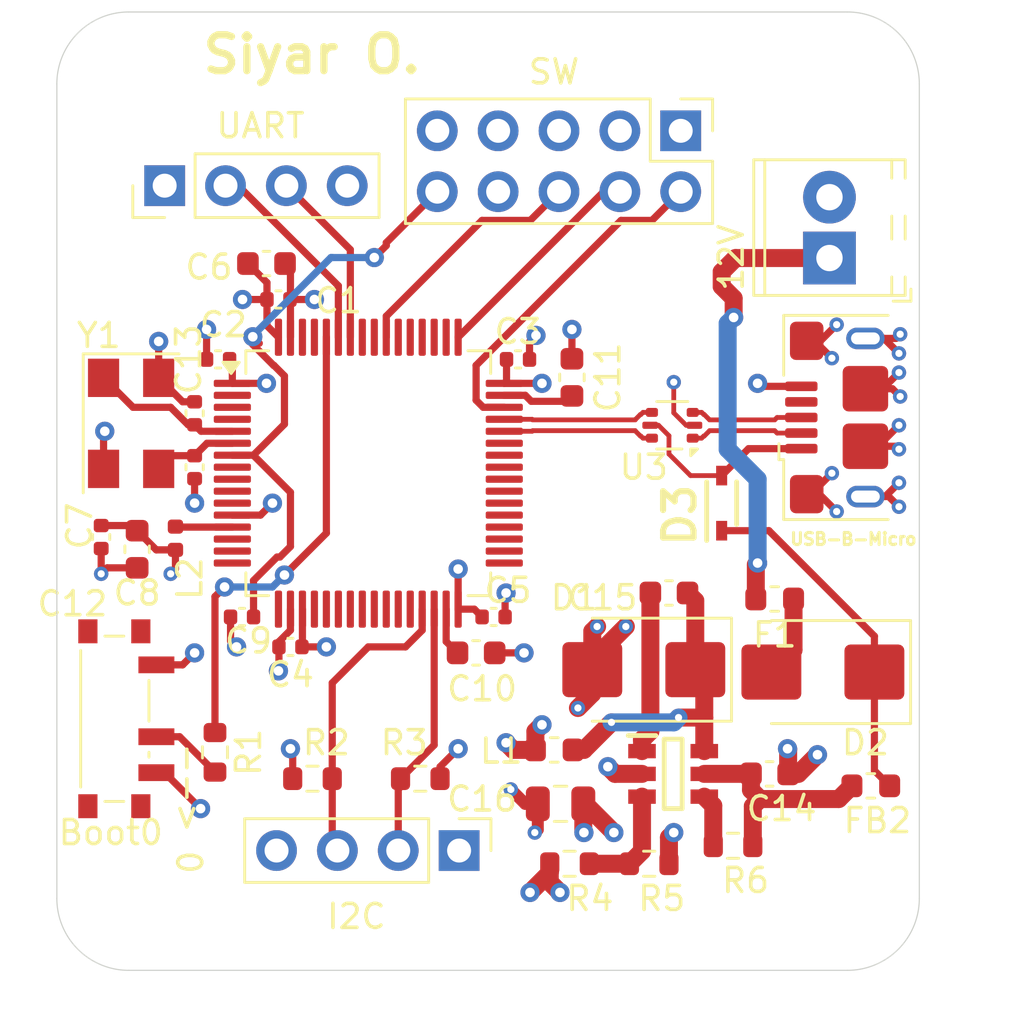
<source format=kicad_pcb>
(kicad_pcb (version 20240108) (generator "pcbnew") (generator_version "8.0")
  (layers (0 "F.Cu" signal) (1 "In1.Cu" power) (2 "In2.Cu" power) (31 "B.Cu" signal) (34 "B.Paste" user) (35 "F.Paste" user) (36 "B.SilkS" user "B.Silkscreen") (37 "F.SilkS" user "F.Silkscreen") (38 "B.Mask" user) (39 "F.Mask" user) (44 "Edge.Cuts" user))
  (net 0 "")
  (net 1 "GND")
  (net 2 "+3.3V")
  (net 3 "+3.3VA")
  (net 4 "NRST")
  (net 5 "Net-(U1-VCAP_1)")
  (net 6 "Net-(U1-VCAP_2)")
  (net 7 "Net-(D2-K)")
  (net 8 "Net-(D2-A)")
  (net 9 "+12V")
  (net 10 "+5V")
  (net 13 "SW_DIO")
  (net 14 "SWO")
  (net 15 "SW_CLK")
  (net 17 "USART1_TX")
  (net 18 "USART1_RX")
  (net 19 "I2C_SCL")
  (net 20 "Net-(U1-BOOT0)")
  (net 21 "Net-(SW1-B)")
  (net 22 "I2C_SDA")
  (net 29 "USB_D+")
  (net 37 "USB_D-")
  (net 65 "/OSC_OUT")
  (net 66 "/OSC_IN")
  (net 67 "/BST")
  (net 68 "/SW")
  (net 69 "/IN")
  (net 70 "/EN")
  (net 71 "/FB")
  (net 72 "/USB(esd)_D-")
  (net 73 "/USB(esd)_D+")
  (footprint "TerminalBlock_Phoenix:TerminalBlock_Phoenix_MPT-0,5-2-2.54_1x02_P2.54mm_Horizontal" (layer "F.Cu") (at 157.5 57.02 90)
    (property "Reference" "J5" (hide yes))
    (property "Value" "Screw_Terminal_01x02")
  )
  (footprint "Capacitor_SMD:C_0603_1608Metric" (layer "F.Cu") (at 146.75 62 90)
    (property "Reference" "C11")
    (property "Value" "2u2")
  )
  (footprint "MountingHole:MountingHole_2.2mm_M2" (layer "F.Cu") (at 158.25 49.75)
    (property "Reference" "H3" (hide yes))
    (property "Value" "MountingHole")
  )
  (footprint "FP:SOT95P280X100-6N" (layer "F.Cu") (at 150.975 78.55)
    (property "Reference" "IC1")
    (property "Value" "MP2359DJ-LF-Z" (hide yes))
  )
  (footprint "Resistor_SMD:R_0603_1608Metric" (layer "F.Cu") (at 140.42 78.75 180)
    (property "Reference" "R3")
    (property "Value" "4k7")
  )
  (footprint "Connector_USB:USB_Micro-B_Amphenol_10118193-0001LF_Horizontal" (layer "F.Cu") (at 159 63.675 90)
    (property "Reference" "J1" (hide yes))
    (property "Value" "USB_B_Micro")
  )
  (footprint "Inductor_SMD:L_0402_1005Metric" (layer "F.Cu") (at 130.2 68.715 -90)
    (property "Reference" "L2")
    (property "Value" "39n")
  )
  (footprint "Package_TO_SOT_SMD:SOT-666" (layer "F.Cu") (at 150.94 64 180)
    (property "Reference" "U3")
    (property "Value" "USBLC6-2P6")
  )
  (footprint "Inductor_SMD:L_0603_1608Metric" (layer "F.Cu") (at 146.0125 77.55 180)
    (property "Reference" "L1")
    (property "Value" "5u")
  )
  (footprint "MountingHole:MountingHole_2.2mm_M2" (layer "F.Cu") (at 128.25 83.75)
    (property "Reference" "H1" (hide yes))
    (property "Value" "MountingHole")
  )
  (footprint "Package_QFP:LQFP-64_10x10mm_P0.5mm" (layer "F.Cu") (at 138.25 66)
    (property "Reference" "U1" (hide yes))
    (property "Value" "STM32F405RGTx")
  )
  (footprint "Capacitor_SMD:C_0603_1608Metric" (layer "F.Cu") (at 150.8 71 180)
    (property "Reference" "C15")
    (property "Value" "10u")
  )
  (footprint "MountingHole:MountingHole_2.2mm_M2" (layer "F.Cu") (at 158.25 83.75)
    (property "Reference" "H4" (hide yes))
    (property "Value" "MountingHole")
  )
  (footprint "FP:b5819" (layer "F.Cu") (at 153 67.25 90)
    (property "Reference" "D3")
    (property "Value" "B5819" (hide yes))
  )
  (footprint "Capacitor_SMD:C_0603_1608Metric" (layer "F.Cu") (at 155 78.55)
    (property "Reference" "C14")
    (property "Value" "10u")
  )
  (footprint "Resistor_SMD:R_0603_1608Metric" (layer "F.Cu") (at 146.65 82.3)
    (property "Reference" "R4")
    (property "Value" "49k9")
  )
  (footprint "Capacitor_SMD:C_0402_1005Metric" (layer "F.Cu") (at 132.98 72)
    (property "Reference" "C9")
    (property "Value" "100n")
  )
  (footprint "Diode_SMD:D_SMB" (layer "F.Cu") (at 157.225 74.3 180)
    (property "Reference" "D2")
    (property "Value" "B230")
  )
  (footprint "MountingHole:MountingHole_2.2mm_M2" (layer "F.Cu") (at 128.25 49.75)
    (property "Reference" "H2" (hide yes))
    (property "Value" "MountingHole")
  )
  (footprint "Connector_PinHeader_2.54mm:PinHeader_1x04_P2.54mm_Vertical" (layer "F.Cu") (at 129.75 54 90)
    (property "Reference" "J3" (hide yes))
    (property "Value" "UART_CONN")
  )
  (footprint "Connector_PinHeader_2.54mm:PinHeader_2x05_P2.54mm_Vertical" (layer "F.Cu") (at 151.29 51.71 -90)
    (property "Reference" "J2" (hide yes))
    (property "Value" "SW_CONN")
  )
  (footprint "Capacitor_SMD:C_0603_1608Metric" (layer "F.Cu") (at 142.75 73.5)
    (property "Reference" "C10")
    (property "Value" "2u2")
  )
  (footprint "Diode_SMD:D_SMB" (layer "F.Cu") (at 149.75 74.2 180)
    (property "Reference" "D1")
    (property "Value" "B230")
  )
  (footprint "Crystal:Crystal_SMD_Abracon_ABM3C-4Pin_5.0x3.2mm" (layer "F.Cu") (at 128.35 63.92 -90)
    (property "Reference" "Y1")
    (property "Value" "Crystal_GND24")
  )
  (footprint "Resistor_SMD:R_0603_1608Metric" (layer "F.Cu") (at 149.975 82.3)
    (property "Reference" "R5")
    (property "Value" "16k2")
  )
  (footprint "Capacitor_SMD:C_0402_1005Metric" (layer "F.Cu") (at 144.5 61.25)
    (property "Reference" "C3")
    (property "Value" "100n")
  )
  (footprint "Capacitor_SMD:C_0402_1005Metric" (layer "F.Cu") (at 135 73.25 180)
    (property "Reference" "C4")
    (property "Value" "100n")
  )
  (footprint "Capacitor_SMD:C_0603_1608Metric" (layer "F.Cu") (at 128.6 69.175 -90)
    (property "Reference" "C8")
    (property "Value" "10u")
  )
  (footprint "Resistor_SMD:R_0603_1608Metric" (layer "F.Cu") (at 153.475 81.55)
    (property "Reference" "R6")
    (property "Value" "100k")
  )
  (footprint "Capacitor_SMD:C_0402_1005Metric" (layer "F.Cu") (at 131 65.75 -90)
    (property "Reference" "C12")
    (property "Value" "10p")
  )
  (footprint "Capacitor_SMD:C_0402_1005Metric" (layer "F.Cu") (at 131.98 61.25 180)
    (property "Reference" "C2")
    (property "Value" "100n")
  )
  (footprint "Capacitor_SMD:C_0402_1005Metric" (layer "F.Cu") (at 134.5 58.75)
    (property "Reference" "C1")
    (property "Value" "100n")
  )
  (footprint "Capacitor_SMD:C_0805_2012Metric" (layer "F.Cu") (at 146.275 79.8)
    (property "Reference" "C16")
    (property "Value" "22u")
  )
  (footprint "Inductor_SMD:L_0603_1608Metric" (layer "F.Cu") (at 159.225 79.05 180)
    (property "Reference" "FB2")
    (property "Value" "200@100MHz")
  )
  (footprint "Fuse:Fuse_0603_1608Metric" (layer "F.Cu") (at 155.2125 71.25)
    (property "Reference" "F1")
    (property "Value" "250mA")
  )
  (footprint "Capacitor_SMD:C_0603_1608Metric" (layer "F.Cu") (at 134 57.25)
    (property "Reference" "C6")
    (property "Value" "10u")
  )
  (footprint "Capacitor_SMD:C_0402_1005Metric" (layer "F.Cu") (at 127.1 68.665 -90)
    (property "Reference" "C7")
    (property "Value" "100n")
  )
  (footprint "Button_Switch_SMD:SW_SPDT_PCM12" (layer "F.Cu") (at 127.975 76.25 -90)
    (property "Reference" "SW1" (hide yes))
    (property "Value" "SW_SPDT")
  )
  (footprint "Resistor_SMD:R_0603_1608Metric" (layer "F.Cu") (at 135.92 78.75)
    (property "Reference" "R2")
    (property "Value" "4k7")
  )
  (footprint "Resistor_SMD:R_0603_1608Metric" (layer "F.Cu") (at 131.85 77.65 90)
    (property "Reference" "R1")
    (property "Value" "10k")
  )
  (footprint "Connector_PinHeader_2.54mm:PinHeader_1x04_P2.54mm_Vertical" (layer "F.Cu") (at 142.04 81.75 -90)
    (property "Reference" "J4" (hide yes))
    (property "Value" "I2C_CONN")
  )
  (footprint "Capacitor_SMD:C_0402_1005Metric" (layer "F.Cu") (at 131 63.5 90)
    (property "Reference" "C13")
    (property "Value" "10p")
  )
  (footprint "Capacitor_SMD:C_0402_1005Metric" (layer "F.Cu") (at 143.48 72)
    (property "Reference" "C5")
    (property "Value" "100n")
  )
  (gr_arc (start 128.25 86.75) (mid 126.12868 85.87132) (end 125.25 83.75) (stroke (width 0.05)) (layer "Edge.Cuts"))
  (gr_arc (start 158.25 46.75) (mid 160.37132 47.62868) (end 161.25 49.75) (stroke (width 0.05)) (layer "Edge.Cuts"))
  (gr_line (start 158.25 46.75) (end 128.25 46.75) (stroke (width 0.05)) (layer "Edge.Cuts"))
  (gr_arc (start 161.25 83.75) (mid 160.37132 85.87132) (end 158.25 86.75) (stroke (width 0.05)) (layer "Edge.Cuts"))
  (gr_line (start 128.25 86.75) (end 158.25 86.75) (stroke (width 0.05)) (layer "Edge.Cuts"))
  (gr_line (start 125.25 49.75) (end 125.25 83.75) (stroke (width 0.05)) (layer "Edge.Cuts"))
  (gr_arc (start 125.25 49.75) (mid 126.12868 47.62868) (end 128.25 46.75) (stroke (width 0.05)) (layer "Edge.Cuts"))
  (gr_line (start 161.25 49.75) (end 161.25 83.75) (stroke (width 0.05)) (layer "Edge.Cuts"))
  (gr_text "USB-B-Micro\n" (at 158.5 68.75 0) (layer "F.SilkS") (effects (font (size 0.5 0.5) (thickness 0.125))))
  (gr_text "I2C" (at 137.75 84.5 0) (layer "F.SilkS") (effects (font (size 1 1))))
  (gr_text "UART" (at 133.75 51.5 0) (layer "F.SilkS") (effects (font (size 1 1))))
  (gr_text "SW" (at 146 49.25 0) (layer "F.SilkS") (effects (font (size 1 1))))
  (gr_text "12V" (at 153.4 57 90) (layer "F.SilkS") (effects (font (size 1 1))))
  (gr_text "--> 0\n" (at 130.75 80 -90) (layer "F.SilkS") (effects (font (size 1 1))))
  (gr_text "Boot0" (at 127.5 81 0) (layer "F.SilkS") (effects (font (size 1 1))))
  (gr_text "Siyar O." (at 131.2 49.4 0) (layer "F.SilkS") (effects (font (size 1.5 1.5) (thickness 0.3) (bold yes)) (justify left bottom)))
  (segment (start 127.1 69.145) (end 127.1 70.2) (width 0.3) (layer "F.Cu") (net 1))
  (segment (start 155.775 77.525) (end 155.75 77.5) (width 0.75) (layer "F.Cu") (net 1))
  (segment (start 134.52 73.03312) (end 135 72.55312) (width 0.3) (layer "F.Cu") (net 1))
  (segment (start 156.55 66.875) (end 157.075 66.875) (width 0.3) (layer "F.Cu") (net 1))
  (segment (start 146.75 61.225) (end 146.75 60) (width 0.3) (layer "F.Cu") (net 1))
  (segment (start 156.55 60.475) (end 156.875 60.475) (width 0.3) (layer "F.Cu") (net 1))
  (segment (start 143.96 71.04) (end 144 71) (width 0.3) (layer "F.Cu") (net 1))
  (segment (start 155.775 78.55) (end 156.2 78.55) (width 0.75) (layer "F.Cu") (net 1))
  (segment (start 156.875 60.475) (end 157.6 61.2) (width 0.3) (layer "F.Cu") (net 1))
  (segment (start 132.5 73) (end 132.75 73.25) (width 0.3) (layer "F.Cu") (net 1))
  (segment (start 159 60.375) (end 159.775 60.375) (width 0.3) (layer "F.Cu") (net 1))
  (segment (start 129.75 78.5) (end 131.25 80) (width 0.3) (layer "F.Cu") (net 1))
  (segment (start 160.275 64.875) (end 160.4 65) (width 0.3) (layer "F.Cu") (net 1))
  (segment (start 147.6 75.2) (end 147 75.8) (width 0.75) (layer "F.Cu") (net 1))
  (segment (start 159 66.975) (end 159.975 66.975) (width 0.3) (layer "F.Cu") (net 1))
  (segment (start 151 63.481946) (end 151 62.2) (width 0.2) (layer "F.Cu") (net 1))
  (segment (start 160.275 60.375) (end 160.45 60.2) (width 0.3) (layer "F.Cu") (net 1))
  (segment (start 135 72.55312) (end 135 71.675) (width 0.3) (layer "F.Cu") (net 1))
  (segment (start 134.52 74.23) (end 134.5 74.25) (width 0.3) (layer "F.Cu") (net 1))
  (segment (start 134.98 58.75) (end 136 58.75) (width 0.3) (layer "F.Cu") (net 1))
  (segment (start 147.225 80.975) (end 147.25 81) (width 0.75) (layer "F.Cu") (net 1))
  (segment (start 159 64.875) (end 160.275 64.875) (width 0.3) (layer "F.Cu") (net 1))
  (segment (start 156.325 62.375) (end 154.625 62.375) (width 0.3) (layer "F.Cu") (net 1))
  (segment (start 160.125 62.475) (end 160.45 62.8) (width 0.3) (layer "F.Cu") (net 1))
  (segment (start 132.575 67.75) (end 133.75 67.75) (width 0.3) (layer "F.Cu") (net 1))
  (segment (start 133.75 67.75) (end 134.25 67.25) (width 0.3) (layer "F.Cu") (net 1))
  (segment (start 147.6 74.2) (end 147.6 75.2) (width 0.75) (layer "F.Cu") (net 1))
  (segment (start 159 66.975) (end 159.825 66.975) (width 0.3) (layer "F.Cu") (net 1))
  (segment (start 159.525 64.875) (end 160.4 64) (width 0.3) (layer "F.Cu") (net 1))
  (segment (start 129.5 62.02) (end 129.5 60.5) (width 0.3) (layer "F.Cu") (net 1))
  (segment (start 131 66.23) (end 131 67.25) (width 0.3) (layer "F.Cu") (net 1))
  (segment (start 159.775 60.375) (end 160.4 61) (width 0.3) (layer "F.Cu") (net 1))
  (segment (start 127.2 64.3) (end 127.25 64.25) (width 0.3) (layer "F.Cu") (net 1))
  (segment (start 156.725 66.875) (end 157.6 66) (width 0.3) (layer "F.Cu") (net 1))
  (segment (start 147.225 79.8) (end 147.3 79.8) (width 0.75) (layer "F.Cu") (net 1))
  (segment (start 159.975 66.975) (end 160.4 67.4) (width 0.3) (layer "F.Cu") (net 1))
  (segment (start 150.8 82.3) (end 150.8 81.2) (width 0.75) (layer "F.Cu") (net 1))
  (segment (start 159 62.475) (end 159.725 62.475) (width 0.3) (layer "F.Cu") (net 1))
  (segment (start 147.3 79.8) (end 148.5 81) (width 0.75) (layer "F.Cu") (net 1))
  (segment (start 127.35 69.95) (end 127.1 70.2) (width 0.3) (layer "F.Cu") (net 1))
  (segment (start 129.405 78.5) (end 129.75 78.5) (width 0.3) (layer "F.Cu") (net 1))
  (segment (start 134.52 73.25) (end 134.52 74.23) (width 0.3) (layer "F.Cu") (net 1))
  (segment (start 127.2 65.82) (end 127.2 64.3) (width 0.3) (layer "F.Cu") (net 1))
  (segment (start 159 64.875) (end 159.525 64.875) (width 0.3) (layer "F.Cu") (net 1))
  (segment (start 143.525 73.5) (end 144.75 73.5) (width 0.3) (layer "F.Cu") (net 1))
  (segment (start 132.5 72) (end 132.5 73) (width 0.3) (layer "F.Cu") (net 1))
  (segment (start 143.96 72) (end 143.96 71.04) (width 0.3) (layer "F.Cu") (net 1))
  (segment (start 148.55 78.55) (end 148.25 78.25) (width 0.75) (layer "F.Cu") (net 1))
  (segment (start 130.5 63.02) (end 129.5 62.02) (width 0.3) (layer "F.Cu") (net 1))
  (segment (start 151.865 64) (end 151.518054 64) (width 0.2) (layer "F.Cu") (net 1))
  (segment (start 144.98 60.52) (end 145.25 60.25) (width 0.3) (layer "F.Cu") (net 1))
  (segment (start 147.6 73.8) (end 149 72.4) (width 0.75) (layer "F.Cu") (net 1))
  (segment (start 134.52 73.25) (end 134.52 73.03312) (width 0.3) (layer "F.Cu") (net 1))
  (segment (start 147.225 79.8) (end 147.225 80.975) (width 0.75) (layer "F.Cu") (net 1))
  (segment (start 128.6 69.95) (end 127.35 69.95) (width 0.3) (layer "F.Cu") (net 1))
  (segment (start 156.55 66.875) (end 156.725 66.875) (width 0.3) (layer "F.Cu") (net 1))
  (segment (start 147.6 74.2) (end 147.6 72.6) (width 0.75) (layer "F.Cu") (net 1))
  (segment (start 149.675 78.55) (end 148.55 78.55) (width 0.75) (layer "F.Cu") (net 1))
  (segment (start 156.2 78.55) (end 157 77.75) (width 0.75) (layer "F.Cu") (net 1))
  (segment (start 131.5 61.25) (end 131.5 60) (width 0.3) (layer "F.Cu") (net 1))
  (segment (start 155.775 78.55) (end 155.775 77.525) (width 0.75) (layer "F.Cu") (net 1))
  (segment (start 154.625 62.375) (end 154.5 62.25) (width 0.3) (layer "F.Cu") (net 1))
  (segment (start 147.6 72.6) (end 147.8 72.4) (width 0.75) (layer "F.Cu") (net 1))
  (segment (start 151.518054 64) (end 151 63.481946) (width 0.2) (layer "F.Cu") (net 1))
  (segment (start 157.125 60.475) (end 157.8 59.8) (width 0.3) (layer "F.Cu") (net 1))
  (segment (start 159 62.475) (end 160.125 62.475) (width 0.3) (layer "F.Cu") (net 1))
  (segment (start 135 57.475) (end 134.775 57.25) (width 0.3) (layer "F.Cu") (net 1))
  (segment (start 159 60.375) (end 160.275 60.375) (width 0.3) (layer "F.Cu") (net 1))
  (segment (start 159.725 62.475) (end 160.4 61.8) (width 0.3) (layer "F.Cu") (net 1))
  (segment (start 131 63.02) (end 130.5 63.02) (width 0.3) (layer "F.Cu") (net 1))
  (segment (start 147.6 74.2) (end 147.6 73.8) (width 0.75) (layer "F.Cu") (net 1))
  (segment (start 135 60.325) (end 135 57.475) (width 0.3) (layer "F.Cu") (net 1))
  (segment (start 159.825 66.975) (end 160.4 66.4) (width 0.3) (layer "F.Cu") (net 1))
  (segment (start 156.55 60.475) (end 157.125 60.475) (width 0.3) (layer "F.Cu") (net 1))
  (segment (start 144.98 61.25) (end 144.98 60.52) (width 0.3) (layer "F.Cu") (net 1))
  (segment (start 150.8 81.2) (end 151 81) (width 0.75) (layer "F.Cu") (net 1))
  (segment (start 157.075 66.875) (end 157.8 67.6) (width 0.3) (layer "F.Cu") (net 1))
  (via (at 160.4 65) (size 0.6) (drill 0.3) (layers "F.Cu" "B.Cu") (net 1))
  (via (at 148.5 81) (size 0.8) (drill 0.4) (layers "F.Cu" "B.Cu") (net 1))
  (via (at 131.25 80) (size 0.8) (drill 0.4) (layers "F.Cu" "B.Cu") (net 1))
  (via (at 160.4 66.4) (size 0.6) (drill 0.3) (layers "F.Cu" "B.Cu") (net 1))
  (via (at 157 77.75) (size 0.8) (drill 0.4) (layers "F.Cu" "B.Cu") (net 1))
  (via (at 147 75.8) (size 0.6) (drill 0.3) (layers "F.Cu" "B.Cu") (net 1))
  (via (at 154.5 62.25) (size 0.8) (drill 0.4) (layers "F.Cu" "B.Cu") (net 1))
  (via (at 155.75 77.5) (size 0.8) (drill 0.4) (layers "F.Cu" "B.Cu") (net 1))
  (via (at 160.4 61) (size 0.6) (drill 0.3) (layers "F.Cu" "B.Cu") (net 1))
  (via (at 157.6 66) (size 0.6) (drill 0.3) (layers "F.Cu" "B.Cu") (net 1))
  (via (at 147.8 72.4) (size 0.6) (drill 0.3) (layers "F.Cu" "B.Cu") (net 1))
  (via (at 145.25 60.25) (size 0.8) (drill 0.4) (layers "F.Cu" "B.Cu") (net 1))
  (via (at 144 71) (size 0.8) (drill 0.4) (layers "F.Cu" "B.Cu") (net 1))
  (via (at 149 72.4) (size 0.6) (drill 0.3) (layers "F.Cu" "B.Cu") (net 1))
  (via (at 131.5 60) (size 0.8) (drill 0.4) (layers "F.Cu" "B.Cu") (net 1))
  (via (at 148.25 78.25) (size 0.8) (drill 0.4) (layers "F.Cu" "B.Cu") (net 1))
  (via (at 127.1 70.2) (size 0.6) (drill 0.3) (layers "F.Cu" "B.Cu") (net 1))
  (via (at 160.4 67.4) (size 0.6) (drill 0.3) (layers "F.Cu" "B.Cu") (net 1))
  (via (at 127.25 64.25) (size 0.8) (drill 0.4) (layers "F.Cu" "B.Cu") (net 1))
  (via (at 157.8 67.6) (size 0.6) (drill 0.3) (layers "F.Cu" "B.Cu") (net 1))
  (via (at 146.75 60) (size 0.8) (drill 0.4) (layers "F.Cu" "B.Cu") (net 1))
  (via (at 157.6 61.2) (size 0.6) (drill 0.3) (layers "F.Cu" "B.Cu") (net 1))
  (via (at 147.25 81) (size 0.8) (drill 0.4) (layers "F.Cu" "B.Cu") (net 1))
  (via (at 129.5 60.5) (size 0.8) (drill 0.4) (layers "F.Cu" "B.Cu") (net 1))
  (via (at 151 62.2) (size 0.6) (drill 0.3) (layers "F.Cu" "B.Cu") (net 1))
  (via (at 151 81) (size 0.8) (drill 0.4) (layers "F.Cu" "B.Cu") (net 1))
  (via (at 160.45 62.8) (size 0.6) (drill 0.3) (layers "F.Cu" "B.Cu") (net 1))
  (via (at 134.5 74.25) (size 0.8) (drill 0.4) (layers "F.Cu" "B.Cu") (net 1))
  (via (at 144.75 73.5) (size 0.8) (drill 0.4) (layers "F.Cu" "B.Cu") (net 1))
  (via (at 131 67.25) (size 0.8) (drill 0.4) (layers "F.Cu" "B.Cu") (net 1))
  (via (at 136 58.75) (size 0.8) (drill 0.4) (layers "F.Cu" "B.Cu") (net 1))
  (via (at 160.4 61.8) (size 0.6) (drill 0.3) (layers "F.Cu" "B.Cu") (net 1))
  (via (at 134.25 67.25) (size 0.8) (drill 0.4) (layers "F.Cu" "B.Cu") (net 1))
  (via (at 132.75 73.25) (size 0.8) (drill 0.4) (layers "F.Cu" "B.Cu") (net 1))
  (via (at 157.8 59.8) (size 0.6) (drill 0.3) (layers "F.Cu" "B.Cu") (net 1))
  (via (at 160.4 64) (size 0.6) (drill 0.3) (layers "F.Cu" "B.Cu") (net 1))
  (via (at 160.45 60.2) (size 0.6) (drill 0.3) (layers "F.Cu" "B.Cu") (net 1))
  (segment (start 132.575 62.25) (end 132.575 61.365) (width 0.3) (layer "F.Cu") (net 2))
  (segment (start 134.02 58.045) (end 133.225 57.25) (width 0.3) (layer "F.Cu") (net 2))
  (segment (start 145.225 77.55) (end 145.225 76.775) (width 0.75) (layer "F.Cu") (net 2))
  (segment (start 145.825 82.3) (end 145.825 83.075) (width 0.75) (layer "F.Cu") (net 2))
  (segment (start 135.5 73.23) (end 135.48 73.25) (width 0.3) (layer "F.Cu") (net 2))
  (segment (start 127.1 68.185) (end 128.385 68.185) (width 0.3) (layer "F.Cu") (net 2))
  (segment (start 132.575 61.365) (end 132.46 61.25) (width 0.3) (layer "F.Cu") (net 2))
  (segment (start 144.3 77.55) (end 144 77.25) (width 0.75) (layer "F.Cu") (net 2))
  (segment (start 134.5 60.325) (end 134.02 59.845) (width 0.3) (layer "F.Cu") (net 2))
  (segment (start 128.6 68.4) (end 129.4 69.2) (width 0.3) (layer "F.Cu") (net 2))
  (segment (start 128.385 68.185) (end 128.6 68.4) (width 0.3) (layer "F.Cu") (net 2))
  (segment (start 142.675 71.675) (end 143 72) (width 0.3) (layer "F.Cu") (net 2))
  (segment (start 145.225 76.775) (end 145.5 76.5) (width 0.75) (layer "F.Cu") (net 2))
  (segment (start 135.095 77.595) (end 135 77.5) (width 0.3) (layer "F.Cu") (net 2))
  (segment (start 145.825 82.675) (end 145 83.5) (width 0.75) (layer "F.Cu") (net 2))
  (segment (start 144.02 61.25) (end 144.02 62.155) (width 0.3) (layer "F.Cu") (net 2))
  (segment (start 130.2 69.2) (end 130.2 70) (width 0.3) (layer "F.Cu") (net 2))
  (segment (start 145.825 82.3) (end 145.825 82.675) (width 0.75) (layer "F.Cu") (net 2))
  (segment (start 142 71.675) (end 142.675 71.675) (width 0.3) (layer "F.Cu") (net 2))
  (segment (start 144.02 62.155) (end 143.925 62.25) (width 0.3) (layer "F.Cu") (net 2))
  (segment (start 129.405 74) (end 130.5 74) (width 0.3) (layer "F.Cu") (net 2))
  (segment (start 145.225 77.55) (end 144.3 77.55) (width 0.75) (layer "F.Cu") (net 2))
  (segment (start 144.8 79.8) (end 144.2 79.2) (width 0.5) (layer "F.Cu") (net 2))
  (segment (start 142 71.675) (end 142 70) (width 0.3) (layer "F.Cu") (net 2))
  (segment (start 134.02 58.75) (end 134.02 58.045) (width 0.3) (layer "F.Cu") (net 2))
  (segment (start 130.5 74) (end 131 73.5) (width 0.3) (layer "F.Cu") (net 2))
  (segment (start 145.325 79.8) (end 144.8 79.8) (width 0.5) (layer "F.Cu") (net 2))
  (segment (start 129.4 69.2) (end 130.2 69.2) (width 0.3) (layer "F.Cu") (net 2))
  (segment (start 134.02 59.845) (end 134.02 58.75) (width 0.3) (layer "F.Cu") (net 2))
  (segment (start 132.575 62.25) (end 134 62.25) (width 0.3) (layer "F.Cu") (net 2))
  (segment (start 135.095 78.75) (end 135.095 77.595) (width 0.3) (layer "F.Cu") (net 2))
  (segment (start 134.02 58.75) (end 133 58.75) (width 0.3) (layer "F.Cu") (net 2))
  (segment (start 141.245 78.75) (end 141.245 78.255) (width 0.3) (layer "F.Cu") (net 2))
  (segment (start 141.245 78.255) (end 142 77.5) (width 0.3) (layer "F.Cu") (net 2))
  (segment (start 145.825 83.075) (end 146.25 83.5) (width 0.75) (layer "F.Cu") (net 2))
  (segment (start 135.5 71.675) (end 135.5 73.23) (width 0.3) (layer "F.Cu") (net 2))
  (segment (start 143.925 62.25) (end 145.5 62.25) (width 0.3) (layer "F.Cu") (net 2))
  (segment (start 145.325 79.8) (end 145.325 80.875) (width 0.5) (layer "F.Cu") (net 2))
  (segment (start 130.2 70) (end 130 70.2) (width 0.3) (layer "F.Cu") (net 2))
  (segment (start 145.325 80.875) (end 145.2 81) (width 0.5) (layer "F.Cu") (net 2))
  (segment (start 135.48 73.25) (end 136.5 73.25) (width 0.3) (layer "F.Cu") (net 2))
  (via (at 144.2 79.2) (size 0.6) (drill 0.3) (layers "F.Cu" "B.Cu") (net 2))
  (via (at 144 77.25) (size 0.8) (drill 0.4) (layers "F.Cu" "B.Cu") (net 2))
  (via (at 145.5 62.25) (size 0.8) (drill 0.4) (layers "F.Cu" "B.Cu") (net 2))
  (via (at 146.25 83.5) (size 0.8) (drill 0.4) (layers "F.Cu" "B.Cu") (net 2))
  (via (at 131 73.5) (size 0.8) (drill 0.4) (layers "F.Cu" "B.Cu") (net 2))
  (via (at 145 83.5) (size 0.8) (drill 0.4) (layers "F.Cu" "B.Cu") (net 2))
  (via (at 133 58.75) (size 0.8) (drill 0.4) (layers "F.Cu" "B.Cu") (net 2))
  (via (at 145.5 76.5) (size 0.8) (drill 0.4) (layers "F.Cu" "B.Cu") (net 2))
  (via (at 136.5 73.25) (size 0.8) (drill 0.4) (layers "F.Cu" "B.Cu") (net 2))
  (via (at 134 62.25) (size 0.8) (drill 0.4) (layers "F.Cu" "B.Cu") (net 2))
  (via (at 145.2 81) (size 0.6) (drill 0.3) (layers "F.Cu" "B.Cu") (net 2))
  (via (at 135 77.5) (size 0.8) (drill 0.4) (layers "F.Cu" "B.Cu") (net 2))
  (via (at 142 70) (size 0.8) (drill 0.4) (layers "F.Cu" "B.Cu") (net 2))
  (via (at 130 70.2) (size 0.6) (drill 0.3) (layers "F.Cu" "B.Cu") (net 2))
  (via (at 142 77.5) (size 0.8) (drill 0.4) (layers "F.Cu" "B.Cu") (net 2))
  (segment (start 130.22 68.25) (end 132.575 68.25) (width 0.3) (layer "F.Cu") (net 3))
  (segment (start 130.2 68.23) (end 130.22 68.25) (width 0.3) (layer "F.Cu") (net 3))
  (segment (start 134.29688 61.5) (end 133.428292 60.631412) (width 0.3) (layer "F.Cu") (net 4))
  (segment (start 134.310661 61.5) (end 134.29688 61.5) (width 0.3) (layer "F.Cu") (net 4))
  (segment (start 139 56.38) (end 141.13 54.25) (width 0.3) (layer "F.Cu") (net 4))
  (segment (start 138.5 57) (end 139 56.5) (width 0.3) (layer "F.Cu") (net 4))
  (segment (start 133.46 72) (end 133.46 70.479339) (width 0.3) (layer "F.Cu") (net 4))
  (segment (start 134.560661 69.5) (end 135 69.060661) (width 0.3) (layer "F.Cu") (net 4))
  (segment (start 133.46 70.479339) (end 134.439339 69.5) (width 0.3) (layer "F.Cu") (net 4))
  (segment (start 139 56.5) (end 139 56.38) (width 0.3) (layer "F.Cu") (net 4))
  (segment (start 134.439339 69.5) (end 134.560661 69.5) (width 0.3) (layer "F.Cu") (net 4))
  (segment (start 133.45312 65.25) (end 134.75 63.95312) (width 0.3) (layer "F.Cu") (net 4))
  (segment (start 135 69.060661) (end 135 66.79688) (width 0.3) (layer "F.Cu") (net 4))
  (segment (start 134.75 61.939339) (end 134.310661 61.5) (width 0.3) (layer "F.Cu") (net 4))
  (segment (start 133.428292 60.631412) (end 133.428292 60.305849) (width 0.3) (layer "F.Cu") (net 4))
  (segment (start 135 66.79688) (end 133.45312 65.25) (width 0.3) (layer "F.Cu") (net 4))
  (segment (start 134.75 63.95312) (end 134.75 61.939339) (width 0.3) (layer "F.Cu") (net 4))
  (segment (start 133.45312 65.25) (end 132.575 65.25) (width 0.3) (layer "F.Cu") (net 4))
  (segment (start 133.7 60.577557) (end 133.428292 60.305849) (width 0.3) (layer "F.Cu") (net 4))
  (via (at 138.5 57) (size 0.8) (drill 0.4) (layers "F.Cu" "B.Cu") (net 4))
  (via (at 133.428292 60.305849) (size 0.8) (drill 0.4) (layers "F.Cu" "B.Cu") (net 4))
  (segment (start 133.428292 60.261047) (end 136.689339 57) (width 0.3) (layer "B.Cu") (net 4))
  (segment (start 136.689339 57) (end 136.75 57) (width 0.3) (layer "B.Cu") (net 4))
  (segment (start 136.75 57) (end 138.5 57) (width 0.3) (layer "B.Cu") (net 4))
  (segment (start 133.428292 60.305849) (end 133.428292 60.261047) (width 0.3) (layer "B.Cu") (net 4))
  (segment (start 141.975 73.5) (end 141.5 73.025) (width 0.3) (layer "F.Cu") (net 5))
  (segment (start 141.5 73.025) (end 141.5 71.675) (width 0.3) (layer "F.Cu") (net 5))
  (segment (start 146.75 62.775) (end 146.525 63) (width 0.3) (layer "F.Cu") (net 6))
  (segment (start 146.525 63) (end 145.05312 63) (width 0.3) (layer "F.Cu") (net 6))
  (segment (start 145.05312 63) (end 144.80312 62.75) (width 0.3) (layer "F.Cu") (net 6))
  (segment (start 144.80312 62.75) (end 143.925 62.75) (width 0.3) (layer "F.Cu") (net 6))
  (segment (start 159.375 74.3) (end 159.375 78.4125) (width 0.3) (layer "F.Cu") (net 7))
  (segment (start 159.375 72.802104) (end 159.375 74.3) (width 0.3) (layer "F.Cu") (net 7))
  (segment (start 159.375 78.4125) (end 160.0125 79.05) (width 0.3) (layer "F.Cu") (net 7))
  (segment (start 153 68.4) (end 154.972896 68.4) (width 0.3) (layer "F.Cu") (net 7))
  (segment (start 154.972896 68.4) (end 159.375 72.802104) (width 0.3) (layer "F.Cu") (net 7))
  (segment (start 156 73.375) (end 155.075 74.3) (width 0.75) (layer "F.Cu") (net 8))
  (segment (start 156 71.25) (end 156 73.375) (width 0.75) (layer "F.Cu") (net 8))
  (segment (start 153 58.2) (end 153.5 58.7) (width 0.75) (layer "F.Cu") (net 9))
  (segment (start 157.5 57.02) (end 153.58 57.02) (width 0.75) (layer "F.Cu") (net 9))
  (segment (start 153.5 58.7) (end 153.5 59.5) (width 0.75) (layer "F.Cu") (net 9))
  (segment (start 154.425 69.825) (end 154.5 69.75) (width 0.75) (layer "F.Cu") (net 9))
  (segment (start 154.425 71.25) (end 154.425 69.825) (width 0.75) (layer "F.Cu") (net 9))
  (segment (start 153.58 57.02) (end 153 57.6) (width 0.75) (layer "F.Cu") (net 9))
  (segment (start 153 57.6) (end 153 58.2) (width 0.75) (layer "F.Cu") (net 9))
  (via (at 153.5 59.5) (size 0.8) (drill 0.4) (layers "F.Cu" "B.Cu") (net 9))
  (via (at 154.5 69.75) (size 0.8) (drill 0.4) (layers "F.Cu" "B.Cu") (net 9))
  (segment (start 153.25 65) (end 153.25 59.75) (width 0.75) (layer "B.Cu") (net 9))
  (segment (start 153.25 59.75) (end 153.5 59.5) (width 0.75) (layer "B.Cu") (net 9))
  (segment (start 154.5 66.25) (end 153.25 65) (width 0.75) (layer "B.Cu") (net 9))
  (segment (start 154.5 69.75) (end 154.5 66.25) (width 0.75) (layer "B.Cu") (net 9))
  (segment (start 150.8 65.2) (end 151.7 66.1) (width 0.2) (layer "F.Cu") (net 10))
  (segment (start 150.361946 64) (end 150.8 64.438054) (width 0.2) (layer "F.Cu") (net 10))
  (segment (start 156.325 64.975) (end 154.125 64.975) (width 0.3) (layer "F.Cu") (net 10))
  (segment (start 150.8 64.438054) (end 150.8 65.2) (width 0.2) (layer "F.Cu") (net 10))
  (segment (start 151.7 66.1) (end 153 66.1) (width 0.2) (layer "F.Cu") (net 10))
  (segment (start 154.125 64.975) (end 153 66.1) (width 0.3) (layer "F.Cu") (net 10))
  (segment (start 150.015 64) (end 150.361946 64) (width 0.2) (layer "F.Cu") (net 10))
  (segment (start 143.925 63.25) (end 143.04688 63.25) (width 0.3) (layer "F.Cu") (net 13))
  (segment (start 150.09 55.45) (end 151.29 54.25) (width 0.3) (layer "F.Cu") (net 13))
  (segment (start 142.75 62.95312) (end 142.75 61.5) (width 0.3) (layer "F.Cu") (net 13))
  (segment (start 148.8 55.45) (end 150.09 55.45) (width 0.3) (layer "F.Cu") (net 13))
  (segment (start 143.04688 63.25) (end 142.75 62.95312) (width 0.3) (layer "F.Cu") (net 13))
  (segment (start 142.75 61.5) (end 148.8 55.45) (width 0.3) (layer "F.Cu") (net 13))
  (segment (start 145.01 55.45) (end 146.21 54.25) (width 0.3) (layer "F.Cu") (net 14))
  (segment (start 139 59.44688) (end 142.99688 55.45) (width 0.3) (layer "F.Cu") (net 14))
  (segment (start 139 60.325) (end 139 59.44688) (width 0.3) (layer "F.Cu") (net 14))
  (segment (start 142.99688 55.45) (end 145.01 55.45) (width 0.3) (layer "F.Cu") (net 14))
  (segment (start 142 60.325) (end 148.075 54.25) (width 0.3) (layer "F.Cu") (net 15))
  (segment (start 148.075 54.25) (end 148.75 54.25) (width 0.3) (layer "F.Cu") (net 15))
  (segment (start 137.5 56.67) (end 134.83 54) (width 0.3) (layer "F.Cu") (net 17))
  (segment (start 137.5 60.325) (end 137.5 56.67) (width 0.3) (layer "F.Cu") (net 17))
  (segment (start 132.819408 54) (end 132.29 54) (width 0.3) (layer "F.Cu") (net 18))
  (segment (start 137 60.325) (end 137 58.180592) (width 0.3) (layer "F.Cu") (net 18))
  (segment (start 137 58.180592) (end 132.819408 54) (width 0.3) (layer "F.Cu") (net 18))
  (segment (start 140.5 71.675) (end 140.5 72.55312) (width 0.3) (layer "F.Cu") (net 19))
  (segment (start 136.745 74.755) (end 136.745 78.75) (width 0.3) (layer "F.Cu") (net 19))
  (segment (start 140.5 72.55312) (end 139.80312 73.25) (width 0.3) (layer "F.Cu") (net 19))
  (segment (start 136.745 81.535) (end 136.96 81.75) (width 0.3) (layer "F.Cu") (net 19))
  (segment (start 136.745 78.75) (end 136.745 81.535) (width 0.3) (layer "F.Cu") (net 19))
  (segment (start 138.25 73.25) (end 136.745 74.755) (width 0.3) (layer "F.Cu") (net 19))
  (segment (start 139.80312 73.25) (end 138.25 73.25) (width 0.3) (layer "F.Cu") (net 19))
  (segment (start 134.75 70.25) (end 136.5 68.5) (width 0.3) (layer "F.Cu") (net 20))
  (segment (start 131.85 76.825) (end 131.85 71.15) (width 0.3) (layer "F.Cu") (net 20))
  (segment (start 136.5 68.5) (end 136.5 60.325) (width 0.3) (layer "F.Cu") (net 20))
  (segment (start 131.85 71.15) (end 132.25 70.75) (width 0.3) (layer "F.Cu") (net 20))
  (via (at 132.25 70.75) (size 0.8) (drill 0.4) (layers "F.Cu" "B.Cu") (net 20))
  (via (at 134.75 70.25) (size 0.8) (drill 0.4) (layers "F.Cu" "B.Cu") (net 20))
  (segment (start 132.25 70.75) (end 134.25 70.75) (width 0.3) (layer "B.Cu") (net 20))
  (segment (start 134.25 70.75) (end 134.75 70.25) (width 0.3) (layer "B.Cu") (net 20))
  (segment (start 130.375 77) (end 129.405 77) (width 0.3) (layer "F.Cu") (net 21))
  (segment (start 131.85 78.475) (end 130.375 77) (width 0.3) (layer "F.Cu") (net 21))
  (segment (start 139.595 78.75) (end 139.595 79.095) (width 0.3) (layer "F.Cu") (net 22))
  (segment (start 139.595 79.095) (end 139.5 79.19) (width 0.3) (layer "F.Cu") (net 22))
  (segment (start 139.5 79.19) (end 139.5 81.75) (width 0.3) (layer "F.Cu") (net 22))
  (segment (start 141 77.345) (end 139.595 78.75) (width 0.3) (layer "F.Cu") (net 22))
  (segment (start 141 71.675) (end 141 77.345) (width 0.3) (layer "F.Cu") (net 22))
  (segment (start 150.09 63.4625) (end 149.714999 63.4625) (width 0.2) (layer "F.Cu") (net 29))
  (segment (start 149.714999 63.4625) (end 149.627499 63.55) (width 0.2) (layer "F.Cu") (net 29))
  (segment (start 145.112501 63.775) (end 145.087501 63.75) (width 0.2) (layer "F.Cu") (net 29))
  (segment (start 145.087501 63.75) (end 143.925 63.75) (width 0.2) (layer "F.Cu") (net 29))
  (segment (start 149.39 63.76759) (end 149.39 63.775) (width 0.2) (layer "F.Cu") (net 29))
  (segment (start 149.39 63.775) (end 145.112501 63.775) (width 0.2) (layer "F.Cu") (net 29))
  (segment (start 149.60759 63.55) (end 149.39 63.76759) (width 0.2) (layer "F.Cu") (net 29))
  (segment (start 149.627499 63.55) (end 149.60759 63.55) (width 0.2) (layer "F.Cu") (net 29))
  (segment (start 145.087501 64.25) (end 143.925 64.25) (width 0.2) (layer "F.Cu") (net 37))
  (segment (start 149.714999 64.5375) (end 149.627499 64.45) (width 0.2) (layer "F.Cu") (net 37))
  (segment (start 149.39 64.225) (end 145.112501 64.225) (width 0.2) (layer "F.Cu") (net 37))
  (segment (start 150.09 64.5375) (end 149.714999 64.5375) (width 0.2) (layer "F.Cu") (net 37))
  (segment (start 145.112501 64.225) (end 145.087501 64.25) (width 0.2) (layer "F.Cu") (net 37))
  (segment (start 149.60759 64.45) (end 149.39 64.23241) (width 0.2) (layer "F.Cu") (net 37))
  (segment (start 149.627499 64.45) (end 149.60759 64.45) (width 0.2) (layer "F.Cu") (net 37))
  (segment (start 149.39 64.23241) (end 149.39 64.225) (width 0.2) (layer "F.Cu") (net 37))
  (segment (start 131 65.27) (end 130.05 65.27) (width 0.3) (layer "F.Cu") (net 65))
  (segment (start 130.05 65.27) (end 129.5 65.82) (width 0.3) (layer "F.Cu") (net 65))
  (segment (start 131.52 64.75) (end 131 65.27) (width 0.3) (layer "F.Cu") (net 65))
  (segment (start 132.575 64.75) (end 131.52 64.75) (width 0.3) (layer "F.Cu") (net 65))
  (segment (start 130.73 63.98) (end 130 63.25) (width 0.3) (layer "F.Cu") (net 66))
  (segment (start 131 63.98) (end 130.73 63.98) (width 0.3) (layer "F.Cu") (net 66))
  (segment (start 131.27 64.25) (end 131 63.98) (width 0.3) (layer "F.Cu") (net 66))
  (segment (start 130 63.25) (end 128.43 63.25) (width 0.3) (layer "F.Cu") (net 66))
  (segment (start 128.43 63.25) (end 127.2 62.02) (width 0.3) (layer "F.Cu") (net 66))
  (segment (start 132.575 64.25) (end 131.27 64.25) (width 0.3) (layer "F.Cu") (net 66))
  (segment (start 149.675 77.125) (end 150.025 76.775) (width 0.75) (layer "F.Cu") (net 67))
  (segment (start 149.675 77.6) (end 149.675 77.125) (width 0.75) (layer "F.Cu") (net 67))
  (segment (start 150.025 76.775) (end 150.025 71) (width 0.75) (layer "F.Cu") (net 67))
  (segment (start 146.8 77.55) (end 147.25 77.55) (width 0.75) (layer "F.Cu") (net 68))
  (segment (start 152.275 74.575) (end 151.9 74.2) (width 0.75) (layer "F.Cu") (net 68))
  (segment (start 151.9 71.325) (end 151.575 71) (width 0.75) (layer "F.Cu") (net 68))
  (segment (start 152.275 77.6) (end 152.275 76.2) (width 0.75) (layer "F.Cu") (net 68))
  (segment (start 147.25 77.55) (end 148.4 76.4) (width 0.75) (layer "F.Cu") (net 68))
  (segment (start 152.275 76.2) (end 152.275 74.575) (width 0.75) (layer "F.Cu") (net 68))
  (segment (start 151.9 74.2) (end 151.9 71.325) (width 0.75) (layer "F.Cu") (net 68))
  (segment (start 151.2 76.2) (end 152.275 76.2) (width 0.75) (layer "F.Cu") (net 68))
  (via (at 151.2 76.2) (size 0.6) (drill 0.3) (layers "F.Cu" "B.Cu") (net 68))
  (via (at 148.4 76.4) (size 0.6) (drill 0.3) (layers "F.Cu" "B.Cu") (net 68))
  (segment (start 148.4 76.4) (end 151 76.4) (width 0.75) (layer "B.Cu") (net 68))
  (segment (start 151 76.4) (end 151.2 76.2) (width 0.75) (layer "B.Cu") (net 68))
  (segment (start 157.8875 79.6) (end 154.6 79.6) (width 0.75) (layer "F.Cu") (net 69))
  (segment (start 154.3 81.55) (end 154.3 79.9) (width 0.75) (layer "F.Cu") (net 69))
  (segment (start 158.4375 79.05) (end 157.8875 79.6) (width 0.75) (layer "F.Cu") (net 69))
  (segment (start 154.3 79.9) (end 154.6 79.6) (width 0.75) (layer "F.Cu") (net 69))
  (segment (start 154.225 79.225) (end 154.225 78.55) (width 0.75) (layer "F.Cu") (net 69))
  (segment (start 154.6 79.6) (end 154.225 79.225) (width 0.75) (layer "F.Cu") (net 69))
  (segment (start 154.225 78.55) (end 152.275 78.55) (width 0.75) (layer "F.Cu") (net 69))
  (segment (start 152.65 81.55) (end 152.65 79.875) (width 0.75) (layer "F.Cu") (net 70))
  (segment (start 152.65 79.875) (end 152.275 79.5) (width 0.75) (layer "F.Cu") (net 70))
  (segment (start 149.675 81.775) (end 149.675 79.5) (width 0.75) (layer "F.Cu") (net 71))
  (segment (start 147.475 82.3) (end 149.15 82.3) (width 0.75) (layer "F.Cu") (net 71))
  (segment (start 149.15 82.3) (end 149.675 81.775) (width 0.75) (layer "F.Cu") (net 71))
  (segment (start 155.212499 64.225) (end 155.312499 64.325) (width 0.2) (layer "F.Cu") (net 72))
  (segment (start 155.312499 64.325) (end 156.325 64.325) (width 0.2) (layer "F.Cu") (net 72))
  (segment (start 152.165001 64.5375) (end 152.252501 64.45) (width 0.2) (layer "F.Cu") (net 72))
  (segment (start 152.27241 64.45) (end 152.49741 64.225) (width 0.2) (layer "F.Cu") (net 72))
  (segment (start 152.49741 64.225) (end 155.212499 64.225) (width 0.2) (layer "F.Cu") (net 72))
  (segment (start 152.252501 64.45) (end 152.27241 64.45) (width 0.2) (layer "F.Cu") (net 72))
  (segment (start 151.79 64.5375) (end 152.165001 64.5375) (width 0.2) (layer "F.Cu") (net 72))
  (segment (start 155.312499 63.675) (end 156.325 63.675) (width 0.2) (layer "F.Cu") (net 73))
  (segment (start 155.212499 63.775) (end 155.312499 63.675) (width 0.2) (layer "F.Cu") (net 73))
  (segment (start 152.27241 63.55) (end 152.49741 63.775) (width 0.2) (layer "F.Cu") (net 73))
  (segment (start 152.165001 63.4625) (end 152.252501 63.55) (width 0.2) (layer "F.Cu") (net 73))
  (segment (start 151.79 63.4625) (end 152.165001 63.4625) (width 0.2) (layer "F.Cu") (net 73))
  (segment (start 152.49741 63.775) (end 155.212499 63.775) (width 0.2) (layer "F.Cu") (net 73))
  (segment (start 152.252501 63.55) (end 152.27241 63.55) (width 0.2) (layer "F.Cu") (net 73))
)
</source>
